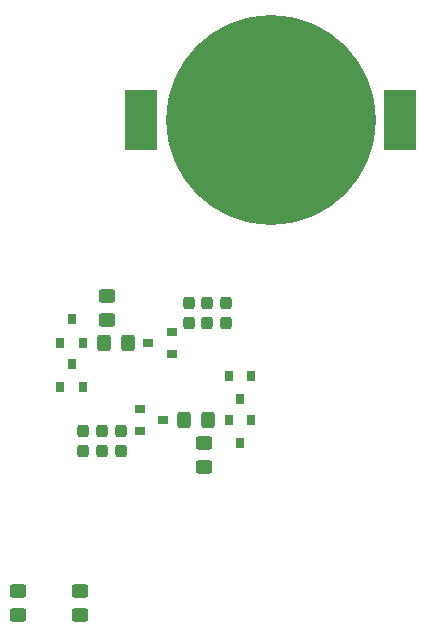
<source format=gbr>
%TF.GenerationSoftware,KiCad,Pcbnew,(5.99.0-9843-g93c991926f)*%
%TF.CreationDate,2021-03-24T22:11:12-04:00*%
%TF.ProjectId,nixieclock,6e697869-6563-46c6-9f63-6b2e6b696361,rev?*%
%TF.SameCoordinates,Original*%
%TF.FileFunction,Paste,Bot*%
%TF.FilePolarity,Positive*%
%FSLAX46Y46*%
G04 Gerber Fmt 4.6, Leading zero omitted, Abs format (unit mm)*
G04 Created by KiCad (PCBNEW (5.99.0-9843-g93c991926f)) date 2021-03-24 22:11:12*
%MOMM*%
%LPD*%
G01*
G04 APERTURE LIST*
G04 Aperture macros list*
%AMRoundRect*
0 Rectangle with rounded corners*
0 $1 Rounding radius*
0 $2 $3 $4 $5 $6 $7 $8 $9 X,Y pos of 4 corners*
0 Add a 4 corners polygon primitive as box body*
4,1,4,$2,$3,$4,$5,$6,$7,$8,$9,$2,$3,0*
0 Add four circle primitives for the rounded corners*
1,1,$1+$1,$2,$3*
1,1,$1+$1,$4,$5*
1,1,$1+$1,$6,$7*
1,1,$1+$1,$8,$9*
0 Add four rect primitives between the rounded corners*
20,1,$1+$1,$2,$3,$4,$5,0*
20,1,$1+$1,$4,$5,$6,$7,0*
20,1,$1+$1,$6,$7,$8,$9,0*
20,1,$1+$1,$8,$9,$2,$3,0*%
G04 Aperture macros list end*
%ADD10RoundRect,0.250000X0.450000X-0.325000X0.450000X0.325000X-0.450000X0.325000X-0.450000X-0.325000X0*%
%ADD11R,0.900000X0.800000*%
%ADD12RoundRect,0.237500X-0.237500X0.287500X-0.237500X-0.287500X0.237500X-0.287500X0.237500X0.287500X0*%
%ADD13RoundRect,0.237500X0.237500X-0.287500X0.237500X0.287500X-0.237500X0.287500X-0.237500X-0.287500X0*%
%ADD14R,0.800000X0.900000*%
%ADD15RoundRect,0.250000X-0.450000X0.325000X-0.450000X-0.325000X0.450000X-0.325000X0.450000X0.325000X0*%
%ADD16RoundRect,0.250000X-0.325000X-0.450000X0.325000X-0.450000X0.325000X0.450000X-0.325000X0.450000X0*%
%ADD17RoundRect,0.250000X0.325000X0.450000X-0.325000X0.450000X-0.325000X-0.450000X0.325000X-0.450000X0*%
%ADD18R,2.790000X5.080000*%
%ADD19C,17.780000*%
G04 APERTURE END LIST*
D10*
%TO.C,R10*%
X123000000Y-109275000D03*
X123000000Y-107225000D03*
%TD*%
D11*
%TO.C,Q5*%
X120250000Y-97800000D03*
X120250000Y-99700000D03*
X118250000Y-98750000D03*
%TD*%
D12*
%TO.C,R18*%
X124800000Y-95325000D03*
X124800000Y-97075000D03*
%TD*%
D13*
%TO.C,R15*%
X123250000Y-97075000D03*
X123250000Y-95325000D03*
%TD*%
%TO.C,R17*%
X114350000Y-107925000D03*
X114350000Y-106175000D03*
%TD*%
D14*
%TO.C,Q3*%
X112700000Y-98750001D03*
X110800000Y-98750001D03*
X111750000Y-96750001D03*
%TD*%
D11*
%TO.C,Q6*%
X117500000Y-106200000D03*
X117500000Y-104300000D03*
X119500000Y-105250000D03*
%TD*%
D14*
%TO.C,Q4*%
X125050000Y-105250000D03*
X126950000Y-105250000D03*
X126000000Y-107250000D03*
%TD*%
D15*
%TO.C,R9*%
X114750000Y-94725000D03*
X114750000Y-96775000D03*
%TD*%
D13*
%TO.C,R14*%
X115950000Y-107925000D03*
X115950000Y-106175000D03*
%TD*%
D10*
%TO.C,R26*%
X112500000Y-121775000D03*
X112500000Y-119725000D03*
%TD*%
D13*
%TO.C,R16*%
X112750000Y-107925000D03*
X112750000Y-106175000D03*
%TD*%
D14*
%TO.C,Q8*%
X125050000Y-101500000D03*
X126950000Y-101500000D03*
X126000000Y-103500000D03*
%TD*%
D12*
%TO.C,R13*%
X121700000Y-95325000D03*
X121700000Y-97075000D03*
%TD*%
D16*
%TO.C,R12*%
X121225000Y-105250000D03*
X123275000Y-105250000D03*
%TD*%
D15*
%TO.C,R25*%
X107250000Y-119725000D03*
X107250000Y-121775000D03*
%TD*%
D14*
%TO.C,Q7*%
X112700000Y-102500000D03*
X110800000Y-102500000D03*
X111750000Y-100500000D03*
%TD*%
D17*
%TO.C,R11*%
X116525000Y-98750000D03*
X114475000Y-98750000D03*
%TD*%
D18*
%TO.C,BT1*%
X117615000Y-79850000D03*
X139585000Y-79850000D03*
D19*
X128600000Y-79850000D03*
%TD*%
M02*

</source>
